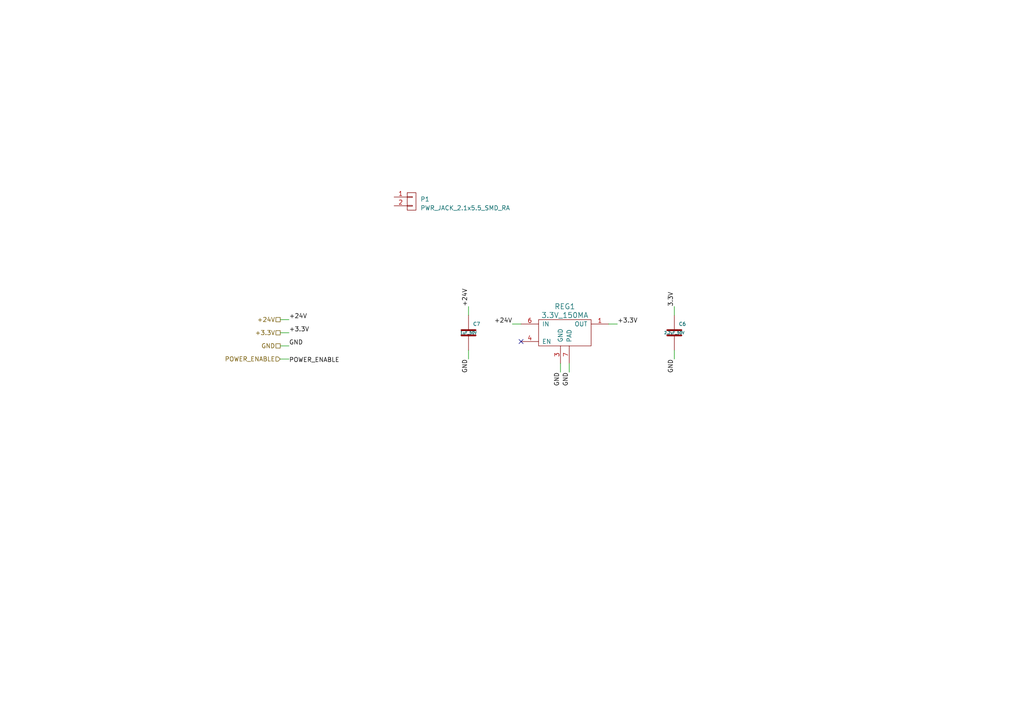
<source format=kicad_sch>
(kicad_sch (version 20230121) (generator eeschema)
  (paper "A4")
  (title_block (title "mouse_joystick_controller") (date "2023-05-18") (rev "2.0") (company "Howard Hughes Medical Institute"))
  (lib_symbols
    (symbol "Janelia:CONV_DC_DC_3.3V_150MA" (pin_names (offset 1.016))
      (property "Reference" "REG" (at 5.08 -7.62 0))
      (property "Value" "3.3V_150MA" (at 0 2.54 0))
      (symbol "CONV_DC_DC_3.3V_150MA_0_1"
        (rectangle (start -7.62 1.27) (end 7.62 -6.35))
      )
      (symbol "CONV_DC_DC_3.3V_150MA_1_1"
        (pin power_out line (at 12.7 0 180) (length 5.08) (name "OUT") (number "1"))
        (pin power_in line (at -1.27 -11.43 90) (length 5.08) (name "GND") (number "3"))
        (pin input line (at -12.7 -5.08 0) (length 5.08) (name "EN") (number "4"))
        (pin power_in line (at -12.7 0 0) (length 5.08) (name "IN") (number "6"))
        (pin passive line (at 1.27 -11.43 90) (length 5.08) (name "PAD") (number "7"))
      )
    )
    (symbol "Janelia:C_1uF_50V_0603" (pin_numbers hide) (pin_names (offset 0.254))
      (property "Reference" "C" (at 0 2.54 0))
      (property "Value" "1uF_50V" (at 0 0 0))
      (symbol "C_1uF_50V_0603_0_1"
        (polyline (pts (xy -2.032 -0.762) (xy 2.032 -0.762)) (stroke (width 0.508)))
        (polyline (pts (xy -2.032 0.762) (xy 2.032 0.762)) (stroke (width 0.508)))
      )
      (symbol "C_1uF_50V_0603_1_1"
        (pin passive line (at 0 5.08 270) (length 4.318) (name "~") (number "1"))
        (pin passive line (at 0 -5.08 90) (length 4.318) (name "~") (number "2"))
      )
    )
    (symbol "Janelia:C_2.2uF_50V_0603" (pin_numbers hide) (pin_names (offset 0.254))
      (property "Reference" "C" (at 0 2.54 0))
      (property "Value" "2.2uF_50V" (at 0 0 0))
      (symbol "C_2.2uF_50V_0603_0_1"
        (polyline (pts (xy -2.032 -0.762) (xy 2.032 -0.762)) (stroke (width 0.508)))
        (polyline (pts (xy -2.032 0.762) (xy 2.032 0.762)) (stroke (width 0.508)))
      )
      (symbol "C_2.2uF_50V_0603_1_1"
        (pin passive line (at 0 5.08 270) (length 4.318) (name "~") (number "1"))
        (pin passive line (at 0 -5.08 90) (length 4.318) (name "~") (number "2"))
      )
    )
    (symbol "Janelia:PWR_JACK_2.1x5.5_SMD_RA" (pin_names (offset 1.016) hide)
      (property "Reference" "P" (at 0 3.81 0))
      (property "Value" "PWR_JACK_2.1x5.5_SMD_RA" (at 2.54 0 90))
      (symbol "PWR_JACK_2.1x5.5_SMD_RA_0_1"
        (rectangle (start -1.27 -1.143) (end 0.254 -1.397))
        (rectangle (start -1.27 1.397) (end 0.254 1.143))
        (rectangle (start -1.27 2.54) (end 1.27 -2.54))
      )
      (symbol "PWR_JACK_2.1x5.5_SMD_RA_1_1"
        (pin passive line (at -5.08 1.27 0) (length 3.81) (name "P1") (number "1"))
        (pin passive line (at -5.08 -1.27 0) (length 3.81) (name "P2") (number "2"))
      )
    )
  )
  (no_connect (at 151.13 99.06))
  (wire (pts (xy 195.58 91.44) (xy 195.58 88.9)))
  (wire (pts (xy 176.53 93.98) (xy 179.07 93.98)))
  (wire (pts (xy 162.56 105.41) (xy 162.56 107.95)))
  (wire (pts (xy 195.58 101.6) (xy 195.58 104.14)))
  (wire (pts (xy 83.82 96.52) (xy 81.28 96.52)))
  (wire (pts (xy 135.89 101.6) (xy 135.89 104.14)))
  (wire (pts (xy 83.82 104.14) (xy 81.28 104.14)))
  (wire (pts (xy 135.89 88.9) (xy 135.89 91.44)))
  (wire (pts (xy 83.82 92.71) (xy 81.28 92.71)))
  (wire (pts (xy 165.1 105.41) (xy 165.1 107.95)))
  (wire (pts (xy 83.82 100.33) (xy 81.28 100.33)))
  (wire (pts (xy 148.59 93.98) (xy 151.13 93.98)))
  (label "GND" (at 165.1 107.95 270))
  (label "+24V" (at 148.59 93.98 180))
  (label "+24V" (at 83.82 92.71 0))
  (label "GND" (at 195.58 104.14 270))
  (label "GND" (at 83.82 100.33 0))
  (label "+3.3V" (at 83.82 96.52 0))
  (label "GND" (at 135.89 104.14 270))
  (label "+3.3V" (at 179.07 93.98 0))
  (label "GND" (at 162.56 107.95 270))
  (label "+24V" (at 135.89 88.9 90))
  (label "3.3V" (at 195.58 88.9 90))
  (label "POWER_ENABLE" (at 83.82 105.41 0))
  (hierarchical_label "GND" (shape passive) (at 81.28 100.33 180))
  (hierarchical_label "POWER_ENABLE" (shape input) (at 81.28 104.14 180))
  (hierarchical_label "+3.3V" (shape passive) (at 81.28 96.52 180))
  (hierarchical_label "+24V" (shape passive) (at 81.28 92.71 180))
  (symbol (lib_id "Janelia:C_2.2uF_50V_0603") (at 195.58 96.52 0) (unit 1)
    (property "Reference" "C6" (at 196.85 93.98 0) (effects (font (size 1.016 1.016)) (justify left)))
    (property "Value" "2.2uF_50V" (at 195.58 96.52 0) (effects (font (size 0.762 0.762))))
    (property "Footprint" "Janelia:C_0603_1608Metric" (effects hide))
    (property "Description" "CAP CER 2.2UF 50V X5R" (effects hide))
    (property "Package" "0603" (effects hide))
    (property "Manufacturer" "Murata Electronics" (effects hide))
    (property "Manufacturer Part Number" "GRT188R61H225KE13D" (effects hide))
    (property "Vendor" "Digi-Key" (effects hide))
    (property "Vendor Part Number" "490-12332-1-ND" (effects hide))
    (instances (project "mouse_joystick_controller" (path "" (reference "C6") (unit 1)) (path "" (reference "C4") (unit 1))))
  )
  (symbol (lib_id "Janelia:C_1uF_50V_0603") (at 135.89 96.52 0) (unit 1)
    (property "Reference" "C7" (at 137.16 93.98 0) (effects (font (size 1.016 1.016)) (justify left)))
    (property "Value" "1uF_50V" (at 135.89 96.52 0) (effects (font (size 0.762 0.762))))
    (property "Footprint" "Janelia:C_0603_1608Metric" (effects hide))
    (property "Description" "CAP CER 1UF 50V X5R" (effects hide))
    (property "Package" "0603" (effects hide))
    (property "Manufacturer" "Murata Electronics" (effects hide))
    (property "Manufacturer Part Number" "GRT188R61H105KE13D" (effects hide))
    (property "Vendor" "Digi-Key" (effects hide))
    (property "Vendor Part Number" "490-12330-1-ND" (effects hide))
    (instances (project "mouse_joystick_controller" (path "" (reference "C7") (unit 1)) (path "" (reference "C3") (unit 1))))
  )
  (symbol (lib_id "Janelia:PWR_JACK_2.1x5.5_SMD_RA") (at 119.38 58.42 0) (unit 1)
    (property "Reference" "P1" (at 121.92 57.785 0) (effects (justify left)))
    (property "Value" "PWR_JACK_2.1x5.5_SMD_RA" (at 121.92 60.325 0) (effects (justify left)))
    (property "Footprint" "Janelia:DCJACK_3PAD_SMD_RA" (effects hide))
    (property "Vendor" "Digi-Key" (effects hide))
    (property "Vendor Part Number" "CP-036AHPJCT-ND" (effects hide))
    (property "Description" "CONN PWR JACK 2X5.5MM SOLDER" (effects hide))
    (property "Manufacturer" "CUI Devices" (effects hide))
    (property "Manufacturer Part Number" "PJ-036AH-SMT-TR" (effects hide))
  )
  (symbol (lib_id "Janelia:CONV_DC_DC_3.3V_150MA") (at 163.83 93.98 0) (unit 1)
    (property "Reference" "REG1" (at 163.83 88.9 0) (effects (font (size 1.524 1.524))))
    (property "Value" "3.3V_150MA" (at 163.83 91.44 0) (effects (font (size 1.524 1.524))))
    (property "Footprint" "Janelia:SON65P200X200X80-7N" (effects hide))
    (property "Vendor" "Digi-Key" (effects hide))
    (property "Vendor Part Number" "296-40930-1-ND" (effects hide))
    (property "Manufacturer" "Texas Instruments" (effects hide))
    (property "Manufacturer Part Number" "TPS70933DRVR" (effects hide))
    (property "Package" " 6WSON" (effects hide))
    (property "Description" "IC REG LINEAR 3.3V 150MA" (effects hide))
  )
)
</source>
